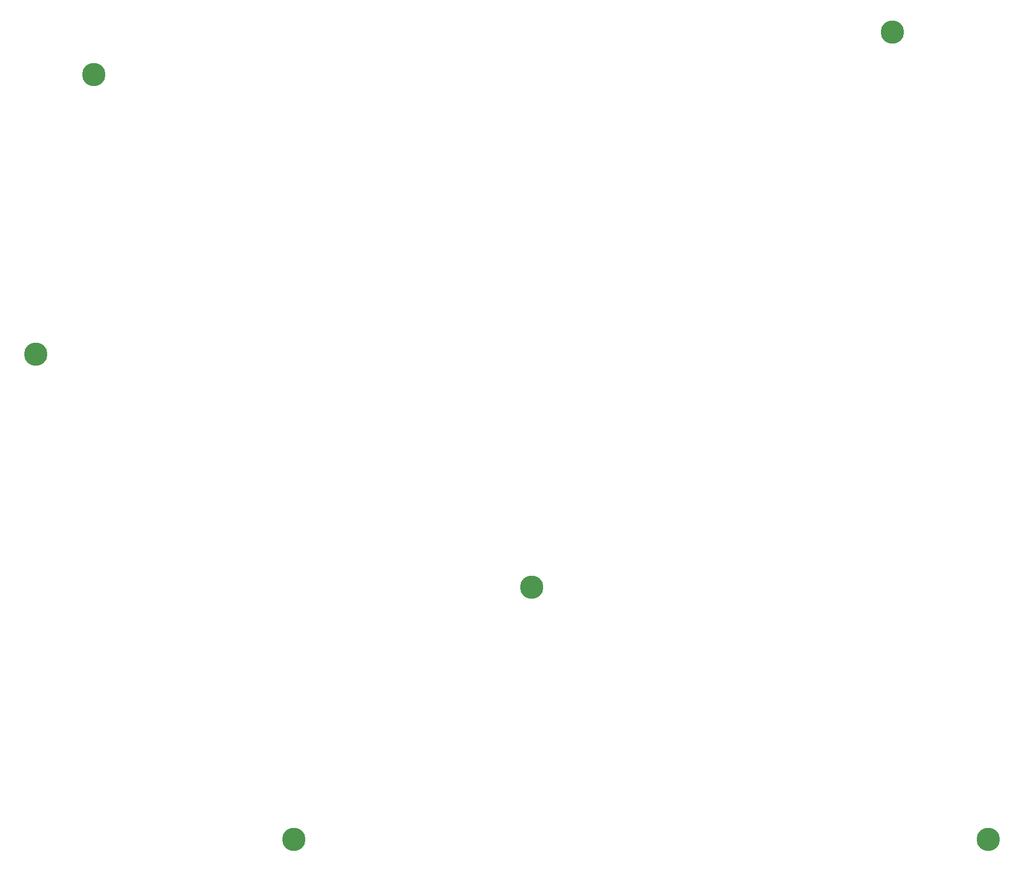
<source format=gbr>
%TF.GenerationSoftware,KiCad,Pcbnew,8.0.4*%
%TF.CreationDate,2024-10-31T13:51:06-05:00*%
%TF.ProjectId,numlocked_right_plate,6e756d6c-6f63-46b6-9564-5f7269676874,rev?*%
%TF.SameCoordinates,Original*%
%TF.FileFunction,Soldermask,Top*%
%TF.FilePolarity,Negative*%
%FSLAX46Y46*%
G04 Gerber Fmt 4.6, Leading zero omitted, Abs format (unit mm)*
G04 Created by KiCad (PCBNEW 8.0.4) date 2024-10-31 13:51:06*
%MOMM*%
%LPD*%
G01*
G04 APERTURE LIST*
%ADD10C,3.800000*%
G04 APERTURE END LIST*
D10*
%TO.C,H1*%
X117000000Y-35900000D03*
%TD*%
%TO.C,H5*%
X247400500Y-29000000D03*
%TD*%
%TO.C,H4*%
X149625000Y-161000000D03*
%TD*%
%TO.C,H3*%
X263069500Y-161000000D03*
%TD*%
%TO.C,H2*%
X188487500Y-119716000D03*
%TD*%
%TO.C,H1*%
X107525000Y-81616500D03*
%TD*%
M02*

</source>
